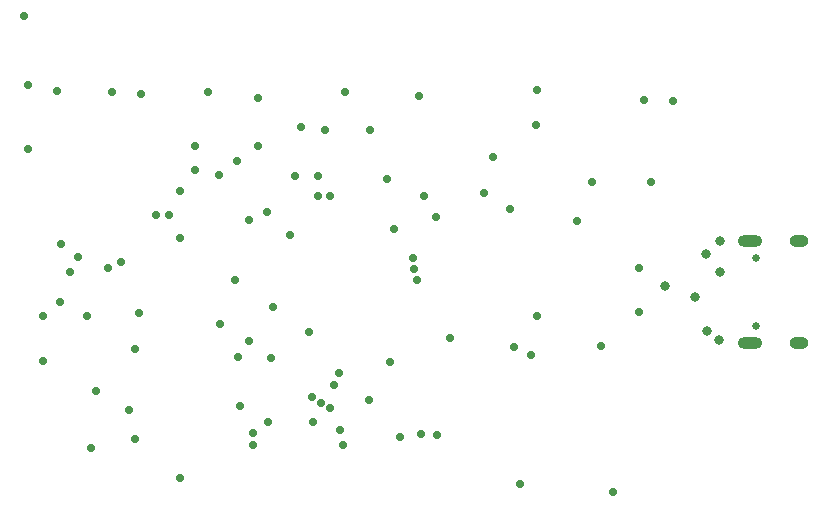
<source format=gbr>
%TF.GenerationSoftware,KiCad,Pcbnew,(6.0.11)*%
%TF.CreationDate,2023-02-10T10:35:54-08:00*%
%TF.ProjectId,EV1,4556312e-6b69-4636-9164-5f7063625858,rev?*%
%TF.SameCoordinates,Original*%
%TF.FileFunction,Soldermask,Bot*%
%TF.FilePolarity,Negative*%
%FSLAX46Y46*%
G04 Gerber Fmt 4.6, Leading zero omitted, Abs format (unit mm)*
G04 Created by KiCad (PCBNEW (6.0.11)) date 2023-02-10 10:35:54*
%MOMM*%
%LPD*%
G01*
G04 APERTURE LIST*
%ADD10C,0.650000*%
%ADD11O,1.600000X1.000000*%
%ADD12O,2.100000X1.000000*%
%ADD13C,0.700000*%
%ADD14C,0.800000*%
G04 APERTURE END LIST*
D10*
%TO.C,J9*%
X190890000Y-89470000D03*
X190890000Y-95250000D03*
D11*
X194540000Y-96680000D03*
D12*
X190360000Y-88040000D03*
D11*
X194540000Y-88040000D03*
D12*
X190360000Y-96680000D03*
%TD*%
D13*
X158242000Y-78613000D03*
X160274000Y-86995000D03*
X143383000Y-82042000D03*
X168591500Y-80899000D03*
X177800000Y-96901000D03*
X149501675Y-85575325D03*
X142113000Y-108077000D03*
X148717000Y-80010000D03*
X167894000Y-83947000D03*
X158115000Y-101473000D03*
X148690000Y-75920000D03*
X142113000Y-87757000D03*
X138303000Y-104775000D03*
X132080000Y-88265000D03*
X175768000Y-86360000D03*
X147955000Y-86233000D03*
X142113000Y-83820000D03*
X170434000Y-97028000D03*
X156055000Y-75415000D03*
X162814000Y-84201000D03*
X143383000Y-80010000D03*
X172310000Y-75246500D03*
X158242000Y-78613000D03*
X153035000Y-95758000D03*
X136017000Y-90297000D03*
X180949334Y-94009591D03*
X180975000Y-90297000D03*
X145542000Y-95095500D03*
D14*
X186740000Y-95680000D03*
D13*
X146812000Y-91313000D03*
X147066000Y-97854500D03*
X172250500Y-78250000D03*
X181410000Y-76130000D03*
X159893000Y-98298000D03*
X178820000Y-109260000D03*
D14*
X186700000Y-89150000D03*
X187820000Y-88030000D03*
D13*
X162330000Y-75740000D03*
X147193000Y-101981000D03*
X138684000Y-94107000D03*
X137160000Y-89789000D03*
X164973000Y-96266000D03*
X172339000Y-94361000D03*
X145415000Y-82423000D03*
X128905000Y-68961000D03*
X170053000Y-85344000D03*
D14*
X187790000Y-96420000D03*
D13*
X131729000Y-75341000D03*
X183896000Y-76200000D03*
X171831000Y-97663000D03*
X134620000Y-105537000D03*
X159639000Y-82804000D03*
X151406675Y-87480325D03*
X163830000Y-85979000D03*
X149987000Y-93599000D03*
X170950000Y-108580000D03*
X153797000Y-82550000D03*
X153797000Y-84201000D03*
X155956000Y-105283000D03*
X148336000Y-105283000D03*
X155702000Y-104013000D03*
X148336000Y-104267000D03*
X153416000Y-103378000D03*
X149606000Y-103378000D03*
X162179000Y-91313000D03*
X160782000Y-104648000D03*
X161925000Y-90424000D03*
X162560000Y-104394000D03*
X163893500Y-104457500D03*
X161861500Y-89471500D03*
X151892000Y-82550000D03*
X144510000Y-75420000D03*
X152400000Y-78359000D03*
X154432000Y-78613000D03*
X138810000Y-75590000D03*
X141224000Y-85852000D03*
X136360000Y-75400000D03*
X140081000Y-85852000D03*
X146939000Y-81280000D03*
X154813000Y-84201000D03*
X154855540Y-102129270D03*
X132842000Y-90678000D03*
X153289000Y-101219000D03*
X131953000Y-93218000D03*
X155575000Y-99187000D03*
X134239000Y-94361000D03*
X130556000Y-98171000D03*
X130556000Y-94361000D03*
X155194000Y-100203000D03*
X135001000Y-100711000D03*
X154051000Y-101727000D03*
X137795000Y-102362000D03*
X138303000Y-97155000D03*
X149797500Y-97917000D03*
X129286000Y-74803000D03*
X129286000Y-80264000D03*
X147955000Y-96520000D03*
X133477000Y-89408000D03*
D14*
X183200000Y-91880000D03*
X185690000Y-92760000D03*
D13*
X177038000Y-83058000D03*
X181991000Y-83058000D03*
D14*
X187850000Y-90659500D03*
M02*

</source>
